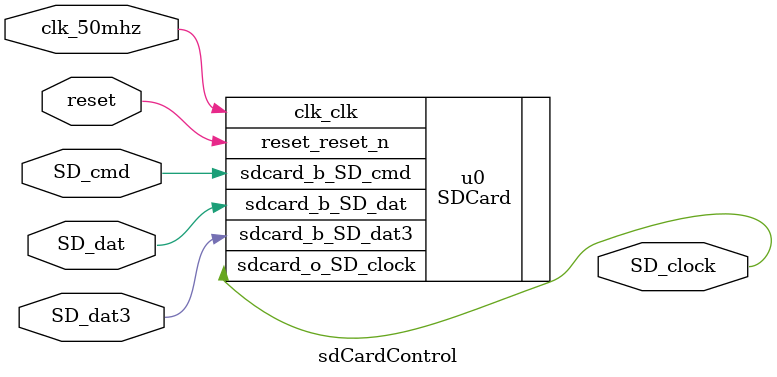
<source format=v>
module sdCardControl(
							input 	clk_50mhz,
							input 	reset,
							inout 	SD_cmd,
							inout 	SD_dat,
							inout 	SD_dat3,
							output 	SD_clock
);



SDCard u0 (
        .clk_clk           (clk_50mhz),           //    clk.clk
        .reset_reset_n     (reset),     //  reset.reset_n
        .sdcard_b_SD_cmd   (SD_cmd),   // sdcard.b_SD_cmd
        .sdcard_b_SD_dat   (SD_dat),   //       .b_SD_dat
        .sdcard_b_SD_dat3  (SD_dat3),  //       .b_SD_dat3
        .sdcard_o_SD_clock (SD_clock)  //       .o_SD_clock
    );

endmodule

</source>
